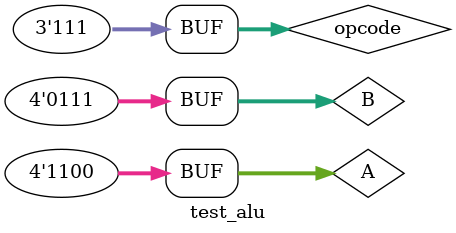
<source format=v>
`include "ALU.v"

module test_alu;

reg [3:0] A,B;

reg [2:0] opcode;

wire [3:0] X;

ALU AL(X,A,opcode,B);

initial
begin
$monitor("X = %b , opcode = %b",X,opcode);

A = 4'b1100;

B =  4'b0111;

opcode = 3'd00;

#10 opcode = 3'd01;

#10 opcode = 3'd02;

#10 opcode = 3'd03;

#10 opcode = 3'd04;

#10 opcode = 3'd05;

#10 opcode = 3'd06;

#10 opcode = 3'd07;


end

endmodule

</source>
